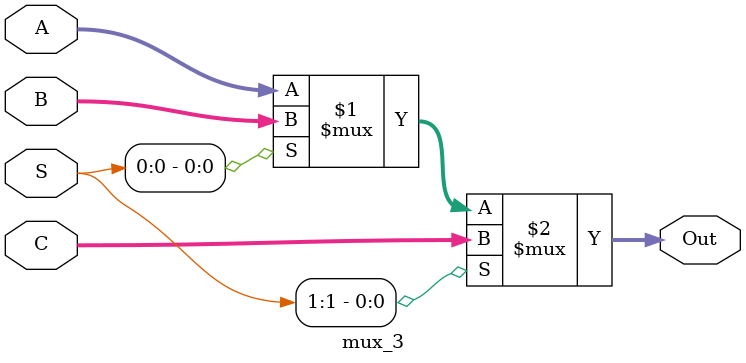
<source format=v>
`timescale 1ns / 1ps


module mux_3(
    input wire[31:0] A, B, C,
    input wire [1:0] S,
    output wire[31:0] Out
    );
    
assign Out = S[1] ? C : (S[0] ? B : A);
    
endmodule

</source>
